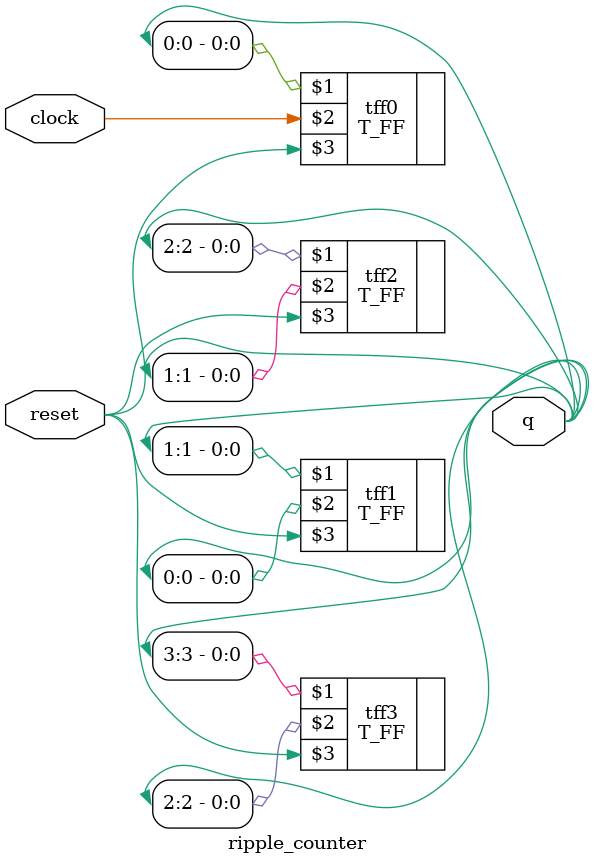
<source format=v>
module ripple_counter (q, clock, reset);  //Asynchronous 4 bits ripple counter. asynchronus mean all T_FF don't depend upon same clock.

	output [3:0] q; 
	input clock, reset;

	T_FF tff0 (q[0], clock, reset);
	T_FF tff1 (q[1], q[0], reset);
	T_FF tff2 (q[2], q[1], reset);
	T_FF tff3 (q[3], q[2], reset);
	
endmodule
</source>
